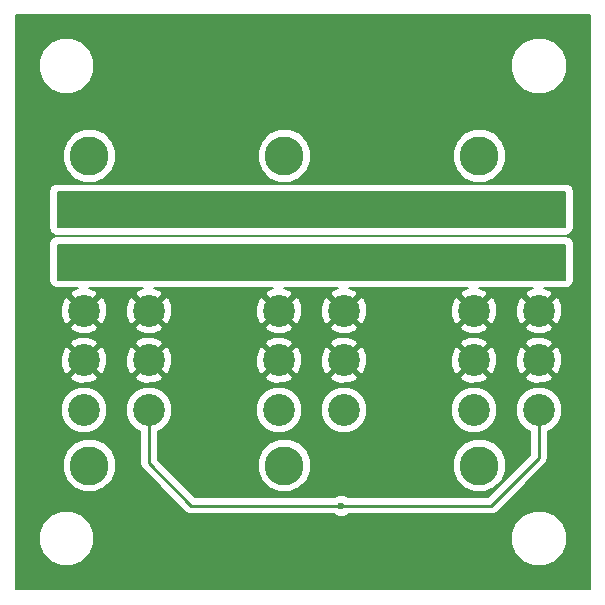
<source format=gbl>
G04 #@! TF.FileFunction,Copper,L2,Bot,Signal*
%FSLAX46Y46*%
G04 Gerber Fmt 4.6, Leading zero omitted, Abs format (unit mm)*
G04 Created by KiCad (PCBNEW 4.0.0-rc1-stable) date 10/13/2015 3:48:19 PM*
%MOMM*%
G01*
G04 APERTURE LIST*
%ADD10C,0.100000*%
%ADD11C,2.700000*%
%ADD12C,3.300000*%
%ADD13C,0.600000*%
%ADD14C,0.250000*%
%ADD15C,0.203800*%
G04 APERTURE END LIST*
D10*
D11*
X111970000Y-125730000D03*
X106470000Y-125730000D03*
X111970000Y-129930000D03*
X106470000Y-129930000D03*
X111970000Y-134130000D03*
X106470000Y-134130000D03*
X106470000Y-121530000D03*
X111970000Y-121530000D03*
X106470000Y-117330000D03*
X111970000Y-117330000D03*
D12*
X106930000Y-138830000D03*
X106930000Y-112630000D03*
D11*
X144990000Y-125730000D03*
X139490000Y-125730000D03*
X144990000Y-129930000D03*
X139490000Y-129930000D03*
X144990000Y-134130000D03*
X139490000Y-134130000D03*
X139490000Y-121530000D03*
X144990000Y-121530000D03*
X139490000Y-117330000D03*
X144990000Y-117330000D03*
D12*
X139950000Y-138830000D03*
X139950000Y-112630000D03*
D11*
X128480000Y-125730000D03*
X122980000Y-125730000D03*
X128480000Y-129930000D03*
X122980000Y-129930000D03*
X128480000Y-134130000D03*
X122980000Y-134130000D03*
X122980000Y-121530000D03*
X128480000Y-121530000D03*
X122980000Y-117330000D03*
X128480000Y-117330000D03*
D12*
X123440000Y-138830000D03*
X123440000Y-112630000D03*
D13*
X128270000Y-142240000D03*
D14*
X111970000Y-134130000D02*
X111970000Y-138640000D01*
X144990000Y-138220000D02*
X144990000Y-134130000D01*
X140970000Y-142240000D02*
X144990000Y-138220000D01*
X115570000Y-142240000D02*
X128270000Y-142240000D01*
X128270000Y-142240000D02*
X140970000Y-142240000D01*
X111970000Y-138640000D02*
X115570000Y-142240000D01*
D15*
G36*
X149315100Y-149315100D02*
X100684900Y-149315100D01*
X100684900Y-145467354D01*
X102639691Y-145467354D01*
X102998208Y-146335029D01*
X103661479Y-146999459D01*
X104528528Y-147359489D01*
X105467354Y-147360309D01*
X106335029Y-147001792D01*
X106999459Y-146338521D01*
X107359489Y-145471472D01*
X107359492Y-145467354D01*
X142639691Y-145467354D01*
X142998208Y-146335029D01*
X143661479Y-146999459D01*
X144528528Y-147359489D01*
X145467354Y-147360309D01*
X146335029Y-147001792D01*
X146999459Y-146338521D01*
X147359489Y-145471472D01*
X147360309Y-144532646D01*
X147001792Y-143664971D01*
X146338521Y-143000541D01*
X145471472Y-142640511D01*
X144532646Y-142639691D01*
X143664971Y-142998208D01*
X143000541Y-143661479D01*
X142640511Y-144528528D01*
X142639691Y-145467354D01*
X107359492Y-145467354D01*
X107360309Y-144532646D01*
X107001792Y-143664971D01*
X106338521Y-143000541D01*
X105471472Y-142640511D01*
X104532646Y-142639691D01*
X103664971Y-142998208D01*
X103000541Y-143661479D01*
X102640511Y-144528528D01*
X102639691Y-145467354D01*
X100684900Y-145467354D01*
X100684900Y-139277550D01*
X104669709Y-139277550D01*
X105013033Y-140108458D01*
X105648198Y-140744733D01*
X106478506Y-141089507D01*
X107377550Y-141090291D01*
X108208458Y-140746967D01*
X108844733Y-140111802D01*
X109189507Y-139281494D01*
X109190291Y-138382450D01*
X108846967Y-137551542D01*
X108211802Y-136915267D01*
X107381494Y-136570493D01*
X106482450Y-136569709D01*
X105651542Y-136913033D01*
X105015267Y-137548198D01*
X104670493Y-138378506D01*
X104669709Y-139277550D01*
X100684900Y-139277550D01*
X100684900Y-134518138D01*
X104509760Y-134518138D01*
X104807509Y-135238744D01*
X105358356Y-135790554D01*
X106078441Y-136089559D01*
X106858138Y-136090240D01*
X107578744Y-135792491D01*
X108130554Y-135241644D01*
X108429559Y-134521559D01*
X108429561Y-134518138D01*
X110009760Y-134518138D01*
X110307509Y-135238744D01*
X110858356Y-135790554D01*
X111235100Y-135946992D01*
X111235100Y-138640000D01*
X111291041Y-138921234D01*
X111450347Y-139159653D01*
X115050347Y-142759653D01*
X115288766Y-142918959D01*
X115570000Y-142974900D01*
X127717947Y-142974900D01*
X127753910Y-143010926D01*
X128088216Y-143149742D01*
X128450196Y-143150058D01*
X128784744Y-143011825D01*
X128821734Y-142974900D01*
X140970000Y-142974900D01*
X141251234Y-142918959D01*
X141489653Y-142759653D01*
X145509650Y-138739655D01*
X145509653Y-138739653D01*
X145668959Y-138501234D01*
X145692587Y-138382450D01*
X145724901Y-138220000D01*
X145724900Y-138219995D01*
X145724900Y-135946961D01*
X146098744Y-135792491D01*
X146650554Y-135241644D01*
X146949559Y-134521559D01*
X146950240Y-133741862D01*
X146652491Y-133021256D01*
X146101644Y-132469446D01*
X145381559Y-132170441D01*
X144601862Y-132169760D01*
X143881256Y-132467509D01*
X143329446Y-133018356D01*
X143030441Y-133738441D01*
X143029760Y-134518138D01*
X143327509Y-135238744D01*
X143878356Y-135790554D01*
X144255100Y-135946992D01*
X144255100Y-137915595D01*
X140665594Y-141505100D01*
X128822053Y-141505100D01*
X128786090Y-141469074D01*
X128451784Y-141330258D01*
X128089804Y-141329942D01*
X127755256Y-141468175D01*
X127718266Y-141505100D01*
X115874406Y-141505100D01*
X113646856Y-139277550D01*
X121179709Y-139277550D01*
X121523033Y-140108458D01*
X122158198Y-140744733D01*
X122988506Y-141089507D01*
X123887550Y-141090291D01*
X124718458Y-140746967D01*
X125354733Y-140111802D01*
X125699507Y-139281494D01*
X125699510Y-139277550D01*
X137689709Y-139277550D01*
X138033033Y-140108458D01*
X138668198Y-140744733D01*
X139498506Y-141089507D01*
X140397550Y-141090291D01*
X141228458Y-140746967D01*
X141864733Y-140111802D01*
X142209507Y-139281494D01*
X142210291Y-138382450D01*
X141866967Y-137551542D01*
X141231802Y-136915267D01*
X140401494Y-136570493D01*
X139502450Y-136569709D01*
X138671542Y-136913033D01*
X138035267Y-137548198D01*
X137690493Y-138378506D01*
X137689709Y-139277550D01*
X125699510Y-139277550D01*
X125700291Y-138382450D01*
X125356967Y-137551542D01*
X124721802Y-136915267D01*
X123891494Y-136570493D01*
X122992450Y-136569709D01*
X122161542Y-136913033D01*
X121525267Y-137548198D01*
X121180493Y-138378506D01*
X121179709Y-139277550D01*
X113646856Y-139277550D01*
X112704900Y-138335594D01*
X112704900Y-135946961D01*
X113078744Y-135792491D01*
X113630554Y-135241644D01*
X113929559Y-134521559D01*
X113929561Y-134518138D01*
X121019760Y-134518138D01*
X121317509Y-135238744D01*
X121868356Y-135790554D01*
X122588441Y-136089559D01*
X123368138Y-136090240D01*
X124088744Y-135792491D01*
X124640554Y-135241644D01*
X124939559Y-134521559D01*
X124939561Y-134518138D01*
X126519760Y-134518138D01*
X126817509Y-135238744D01*
X127368356Y-135790554D01*
X128088441Y-136089559D01*
X128868138Y-136090240D01*
X129588744Y-135792491D01*
X130140554Y-135241644D01*
X130439559Y-134521559D01*
X130439561Y-134518138D01*
X137529760Y-134518138D01*
X137827509Y-135238744D01*
X138378356Y-135790554D01*
X139098441Y-136089559D01*
X139878138Y-136090240D01*
X140598744Y-135792491D01*
X141150554Y-135241644D01*
X141449559Y-134521559D01*
X141450240Y-133741862D01*
X141152491Y-133021256D01*
X140601644Y-132469446D01*
X139881559Y-132170441D01*
X139101862Y-132169760D01*
X138381256Y-132467509D01*
X137829446Y-133018356D01*
X137530441Y-133738441D01*
X137529760Y-134518138D01*
X130439561Y-134518138D01*
X130440240Y-133741862D01*
X130142491Y-133021256D01*
X129591644Y-132469446D01*
X128871559Y-132170441D01*
X128091862Y-132169760D01*
X127371256Y-132467509D01*
X126819446Y-133018356D01*
X126520441Y-133738441D01*
X126519760Y-134518138D01*
X124939561Y-134518138D01*
X124940240Y-133741862D01*
X124642491Y-133021256D01*
X124091644Y-132469446D01*
X123371559Y-132170441D01*
X122591862Y-132169760D01*
X121871256Y-132467509D01*
X121319446Y-133018356D01*
X121020441Y-133738441D01*
X121019760Y-134518138D01*
X113929561Y-134518138D01*
X113930240Y-133741862D01*
X113632491Y-133021256D01*
X113081644Y-132469446D01*
X112361559Y-132170441D01*
X111581862Y-132169760D01*
X110861256Y-132467509D01*
X110309446Y-133018356D01*
X110010441Y-133738441D01*
X110009760Y-134518138D01*
X108429561Y-134518138D01*
X108430240Y-133741862D01*
X108132491Y-133021256D01*
X107581644Y-132469446D01*
X106861559Y-132170441D01*
X106081862Y-132169760D01*
X105361256Y-132467509D01*
X104809446Y-133018356D01*
X104510441Y-133738441D01*
X104509760Y-134518138D01*
X100684900Y-134518138D01*
X100684900Y-131338306D01*
X105276796Y-131338306D01*
X105421890Y-131631368D01*
X106152758Y-131902954D01*
X106931923Y-131874175D01*
X107518110Y-131631368D01*
X107663204Y-131338306D01*
X110776796Y-131338306D01*
X110921890Y-131631368D01*
X111652758Y-131902954D01*
X112431923Y-131874175D01*
X113018110Y-131631368D01*
X113163204Y-131338306D01*
X121786796Y-131338306D01*
X121931890Y-131631368D01*
X122662758Y-131902954D01*
X123441923Y-131874175D01*
X124028110Y-131631368D01*
X124173204Y-131338306D01*
X127286796Y-131338306D01*
X127431890Y-131631368D01*
X128162758Y-131902954D01*
X128941923Y-131874175D01*
X129528110Y-131631368D01*
X129673204Y-131338306D01*
X138296796Y-131338306D01*
X138441890Y-131631368D01*
X139172758Y-131902954D01*
X139951923Y-131874175D01*
X140538110Y-131631368D01*
X140683204Y-131338306D01*
X143796796Y-131338306D01*
X143941890Y-131631368D01*
X144672758Y-131902954D01*
X145451923Y-131874175D01*
X146038110Y-131631368D01*
X146183204Y-131338306D01*
X144990000Y-130145102D01*
X143796796Y-131338306D01*
X140683204Y-131338306D01*
X139490000Y-130145102D01*
X138296796Y-131338306D01*
X129673204Y-131338306D01*
X128480000Y-130145102D01*
X127286796Y-131338306D01*
X124173204Y-131338306D01*
X122980000Y-130145102D01*
X121786796Y-131338306D01*
X113163204Y-131338306D01*
X111970000Y-130145102D01*
X110776796Y-131338306D01*
X107663204Y-131338306D01*
X106470000Y-130145102D01*
X105276796Y-131338306D01*
X100684900Y-131338306D01*
X100684900Y-129612758D01*
X104497046Y-129612758D01*
X104525825Y-130391923D01*
X104768632Y-130978110D01*
X105061694Y-131123204D01*
X106254898Y-129930000D01*
X106685102Y-129930000D01*
X107878306Y-131123204D01*
X108171368Y-130978110D01*
X108442954Y-130247242D01*
X108419519Y-129612758D01*
X109997046Y-129612758D01*
X110025825Y-130391923D01*
X110268632Y-130978110D01*
X110561694Y-131123204D01*
X111754898Y-129930000D01*
X112185102Y-129930000D01*
X113378306Y-131123204D01*
X113671368Y-130978110D01*
X113942954Y-130247242D01*
X113919519Y-129612758D01*
X121007046Y-129612758D01*
X121035825Y-130391923D01*
X121278632Y-130978110D01*
X121571694Y-131123204D01*
X122764898Y-129930000D01*
X123195102Y-129930000D01*
X124388306Y-131123204D01*
X124681368Y-130978110D01*
X124952954Y-130247242D01*
X124929519Y-129612758D01*
X126507046Y-129612758D01*
X126535825Y-130391923D01*
X126778632Y-130978110D01*
X127071694Y-131123204D01*
X128264898Y-129930000D01*
X128695102Y-129930000D01*
X129888306Y-131123204D01*
X130181368Y-130978110D01*
X130452954Y-130247242D01*
X130429519Y-129612758D01*
X137517046Y-129612758D01*
X137545825Y-130391923D01*
X137788632Y-130978110D01*
X138081694Y-131123204D01*
X139274898Y-129930000D01*
X139705102Y-129930000D01*
X140898306Y-131123204D01*
X141191368Y-130978110D01*
X141462954Y-130247242D01*
X141439519Y-129612758D01*
X143017046Y-129612758D01*
X143045825Y-130391923D01*
X143288632Y-130978110D01*
X143581694Y-131123204D01*
X144774898Y-129930000D01*
X145205102Y-129930000D01*
X146398306Y-131123204D01*
X146691368Y-130978110D01*
X146962954Y-130247242D01*
X146934175Y-129468077D01*
X146691368Y-128881890D01*
X146398306Y-128736796D01*
X145205102Y-129930000D01*
X144774898Y-129930000D01*
X143581694Y-128736796D01*
X143288632Y-128881890D01*
X143017046Y-129612758D01*
X141439519Y-129612758D01*
X141434175Y-129468077D01*
X141191368Y-128881890D01*
X140898306Y-128736796D01*
X139705102Y-129930000D01*
X139274898Y-129930000D01*
X138081694Y-128736796D01*
X137788632Y-128881890D01*
X137517046Y-129612758D01*
X130429519Y-129612758D01*
X130424175Y-129468077D01*
X130181368Y-128881890D01*
X129888306Y-128736796D01*
X128695102Y-129930000D01*
X128264898Y-129930000D01*
X127071694Y-128736796D01*
X126778632Y-128881890D01*
X126507046Y-129612758D01*
X124929519Y-129612758D01*
X124924175Y-129468077D01*
X124681368Y-128881890D01*
X124388306Y-128736796D01*
X123195102Y-129930000D01*
X122764898Y-129930000D01*
X121571694Y-128736796D01*
X121278632Y-128881890D01*
X121007046Y-129612758D01*
X113919519Y-129612758D01*
X113914175Y-129468077D01*
X113671368Y-128881890D01*
X113378306Y-128736796D01*
X112185102Y-129930000D01*
X111754898Y-129930000D01*
X110561694Y-128736796D01*
X110268632Y-128881890D01*
X109997046Y-129612758D01*
X108419519Y-129612758D01*
X108414175Y-129468077D01*
X108171368Y-128881890D01*
X107878306Y-128736796D01*
X106685102Y-129930000D01*
X106254898Y-129930000D01*
X105061694Y-128736796D01*
X104768632Y-128881890D01*
X104497046Y-129612758D01*
X100684900Y-129612758D01*
X100684900Y-128521694D01*
X105276796Y-128521694D01*
X106470000Y-129714898D01*
X107663204Y-128521694D01*
X110776796Y-128521694D01*
X111970000Y-129714898D01*
X113163204Y-128521694D01*
X121786796Y-128521694D01*
X122980000Y-129714898D01*
X124173204Y-128521694D01*
X127286796Y-128521694D01*
X128480000Y-129714898D01*
X129673204Y-128521694D01*
X138296796Y-128521694D01*
X139490000Y-129714898D01*
X140683204Y-128521694D01*
X143796796Y-128521694D01*
X144990000Y-129714898D01*
X146183204Y-128521694D01*
X146038110Y-128228632D01*
X145307242Y-127957046D01*
X144528077Y-127985825D01*
X143941890Y-128228632D01*
X143796796Y-128521694D01*
X140683204Y-128521694D01*
X140538110Y-128228632D01*
X139807242Y-127957046D01*
X139028077Y-127985825D01*
X138441890Y-128228632D01*
X138296796Y-128521694D01*
X129673204Y-128521694D01*
X129528110Y-128228632D01*
X128797242Y-127957046D01*
X128018077Y-127985825D01*
X127431890Y-128228632D01*
X127286796Y-128521694D01*
X124173204Y-128521694D01*
X124028110Y-128228632D01*
X123297242Y-127957046D01*
X122518077Y-127985825D01*
X121931890Y-128228632D01*
X121786796Y-128521694D01*
X113163204Y-128521694D01*
X113018110Y-128228632D01*
X112287242Y-127957046D01*
X111508077Y-127985825D01*
X110921890Y-128228632D01*
X110776796Y-128521694D01*
X107663204Y-128521694D01*
X107518110Y-128228632D01*
X106787242Y-127957046D01*
X106008077Y-127985825D01*
X105421890Y-128228632D01*
X105276796Y-128521694D01*
X100684900Y-128521694D01*
X100684900Y-127138306D01*
X105276796Y-127138306D01*
X105421890Y-127431368D01*
X106152758Y-127702954D01*
X106931923Y-127674175D01*
X107518110Y-127431368D01*
X107663204Y-127138306D01*
X110776796Y-127138306D01*
X110921890Y-127431368D01*
X111652758Y-127702954D01*
X112431923Y-127674175D01*
X113018110Y-127431368D01*
X113163204Y-127138306D01*
X121786796Y-127138306D01*
X121931890Y-127431368D01*
X122662758Y-127702954D01*
X123441923Y-127674175D01*
X124028110Y-127431368D01*
X124173204Y-127138306D01*
X127286796Y-127138306D01*
X127431890Y-127431368D01*
X128162758Y-127702954D01*
X128941923Y-127674175D01*
X129528110Y-127431368D01*
X129673204Y-127138306D01*
X138296796Y-127138306D01*
X138441890Y-127431368D01*
X139172758Y-127702954D01*
X139951923Y-127674175D01*
X140538110Y-127431368D01*
X140683204Y-127138306D01*
X143796796Y-127138306D01*
X143941890Y-127431368D01*
X144672758Y-127702954D01*
X145451923Y-127674175D01*
X146038110Y-127431368D01*
X146183204Y-127138306D01*
X144990000Y-125945102D01*
X143796796Y-127138306D01*
X140683204Y-127138306D01*
X139490000Y-125945102D01*
X138296796Y-127138306D01*
X129673204Y-127138306D01*
X128480000Y-125945102D01*
X127286796Y-127138306D01*
X124173204Y-127138306D01*
X122980000Y-125945102D01*
X121786796Y-127138306D01*
X113163204Y-127138306D01*
X111970000Y-125945102D01*
X110776796Y-127138306D01*
X107663204Y-127138306D01*
X106470000Y-125945102D01*
X105276796Y-127138306D01*
X100684900Y-127138306D01*
X100684900Y-125412758D01*
X104497046Y-125412758D01*
X104525825Y-126191923D01*
X104768632Y-126778110D01*
X105061694Y-126923204D01*
X106254898Y-125730000D01*
X106685102Y-125730000D01*
X107878306Y-126923204D01*
X108171368Y-126778110D01*
X108442954Y-126047242D01*
X108419519Y-125412758D01*
X109997046Y-125412758D01*
X110025825Y-126191923D01*
X110268632Y-126778110D01*
X110561694Y-126923204D01*
X111754898Y-125730000D01*
X112185102Y-125730000D01*
X113378306Y-126923204D01*
X113671368Y-126778110D01*
X113942954Y-126047242D01*
X113919519Y-125412758D01*
X121007046Y-125412758D01*
X121035825Y-126191923D01*
X121278632Y-126778110D01*
X121571694Y-126923204D01*
X122764898Y-125730000D01*
X123195102Y-125730000D01*
X124388306Y-126923204D01*
X124681368Y-126778110D01*
X124952954Y-126047242D01*
X124929519Y-125412758D01*
X126507046Y-125412758D01*
X126535825Y-126191923D01*
X126778632Y-126778110D01*
X127071694Y-126923204D01*
X128264898Y-125730000D01*
X128695102Y-125730000D01*
X129888306Y-126923204D01*
X130181368Y-126778110D01*
X130452954Y-126047242D01*
X130429519Y-125412758D01*
X137517046Y-125412758D01*
X137545825Y-126191923D01*
X137788632Y-126778110D01*
X138081694Y-126923204D01*
X139274898Y-125730000D01*
X139705102Y-125730000D01*
X140898306Y-126923204D01*
X141191368Y-126778110D01*
X141462954Y-126047242D01*
X141439519Y-125412758D01*
X143017046Y-125412758D01*
X143045825Y-126191923D01*
X143288632Y-126778110D01*
X143581694Y-126923204D01*
X144774898Y-125730000D01*
X145205102Y-125730000D01*
X146398306Y-126923204D01*
X146691368Y-126778110D01*
X146962954Y-126047242D01*
X146934175Y-125268077D01*
X146691368Y-124681890D01*
X146398306Y-124536796D01*
X145205102Y-125730000D01*
X144774898Y-125730000D01*
X143581694Y-124536796D01*
X143288632Y-124681890D01*
X143017046Y-125412758D01*
X141439519Y-125412758D01*
X141434175Y-125268077D01*
X141191368Y-124681890D01*
X140898306Y-124536796D01*
X139705102Y-125730000D01*
X139274898Y-125730000D01*
X138081694Y-124536796D01*
X137788632Y-124681890D01*
X137517046Y-125412758D01*
X130429519Y-125412758D01*
X130424175Y-125268077D01*
X130181368Y-124681890D01*
X129888306Y-124536796D01*
X128695102Y-125730000D01*
X128264898Y-125730000D01*
X127071694Y-124536796D01*
X126778632Y-124681890D01*
X126507046Y-125412758D01*
X124929519Y-125412758D01*
X124924175Y-125268077D01*
X124681368Y-124681890D01*
X124388306Y-124536796D01*
X123195102Y-125730000D01*
X122764898Y-125730000D01*
X121571694Y-124536796D01*
X121278632Y-124681890D01*
X121007046Y-125412758D01*
X113919519Y-125412758D01*
X113914175Y-125268077D01*
X113671368Y-124681890D01*
X113378306Y-124536796D01*
X112185102Y-125730000D01*
X111754898Y-125730000D01*
X110561694Y-124536796D01*
X110268632Y-124681890D01*
X109997046Y-125412758D01*
X108419519Y-125412758D01*
X108414175Y-125268077D01*
X108171368Y-124681890D01*
X107878306Y-124536796D01*
X106685102Y-125730000D01*
X106254898Y-125730000D01*
X105061694Y-124536796D01*
X104768632Y-124681890D01*
X104497046Y-125412758D01*
X100684900Y-125412758D01*
X100684900Y-120015000D01*
X103530100Y-120015000D01*
X103530100Y-123190000D01*
X103571811Y-123411673D01*
X103702819Y-123615265D01*
X103902715Y-123751848D01*
X104140000Y-123799900D01*
X105974097Y-123799900D01*
X105421890Y-124028632D01*
X105276796Y-124321694D01*
X106470000Y-125514898D01*
X107663204Y-124321694D01*
X107518110Y-124028632D01*
X106902567Y-123799900D01*
X111474097Y-123799900D01*
X110921890Y-124028632D01*
X110776796Y-124321694D01*
X111970000Y-125514898D01*
X113163204Y-124321694D01*
X113018110Y-124028632D01*
X112402567Y-123799900D01*
X122484097Y-123799900D01*
X121931890Y-124028632D01*
X121786796Y-124321694D01*
X122980000Y-125514898D01*
X124173204Y-124321694D01*
X124028110Y-124028632D01*
X123412567Y-123799900D01*
X127984097Y-123799900D01*
X127431890Y-124028632D01*
X127286796Y-124321694D01*
X128480000Y-125514898D01*
X129673204Y-124321694D01*
X129528110Y-124028632D01*
X128912567Y-123799900D01*
X138994097Y-123799900D01*
X138441890Y-124028632D01*
X138296796Y-124321694D01*
X139490000Y-125514898D01*
X140683204Y-124321694D01*
X140538110Y-124028632D01*
X139922567Y-123799900D01*
X144494097Y-123799900D01*
X143941890Y-124028632D01*
X143796796Y-124321694D01*
X144990000Y-125514898D01*
X146183204Y-124321694D01*
X146038110Y-124028632D01*
X145422567Y-123799900D01*
X147320000Y-123799900D01*
X147541673Y-123758189D01*
X147745265Y-123627181D01*
X147881848Y-123427285D01*
X147929900Y-123190000D01*
X147929900Y-120015000D01*
X147888189Y-119793327D01*
X147757181Y-119589735D01*
X147557285Y-119453152D01*
X147320000Y-119405100D01*
X104140000Y-119405100D01*
X103918327Y-119446811D01*
X103714735Y-119577819D01*
X103578152Y-119777715D01*
X103530100Y-120015000D01*
X100684900Y-120015000D01*
X100684900Y-115570000D01*
X103530100Y-115570000D01*
X103530100Y-118745000D01*
X103571811Y-118966673D01*
X103702819Y-119170265D01*
X103902715Y-119306848D01*
X104140000Y-119354900D01*
X147320000Y-119354900D01*
X147541673Y-119313189D01*
X147745265Y-119182181D01*
X147881848Y-118982285D01*
X147929900Y-118745000D01*
X147929900Y-115570000D01*
X147888189Y-115348327D01*
X147757181Y-115144735D01*
X147557285Y-115008152D01*
X147320000Y-114960100D01*
X104140000Y-114960100D01*
X103918327Y-115001811D01*
X103714735Y-115132819D01*
X103578152Y-115332715D01*
X103530100Y-115570000D01*
X100684900Y-115570000D01*
X100684900Y-113077550D01*
X104669709Y-113077550D01*
X105013033Y-113908458D01*
X105648198Y-114544733D01*
X106478506Y-114889507D01*
X107377550Y-114890291D01*
X108208458Y-114546967D01*
X108844733Y-113911802D01*
X109189507Y-113081494D01*
X109189510Y-113077550D01*
X121179709Y-113077550D01*
X121523033Y-113908458D01*
X122158198Y-114544733D01*
X122988506Y-114889507D01*
X123887550Y-114890291D01*
X124718458Y-114546967D01*
X125354733Y-113911802D01*
X125699507Y-113081494D01*
X125699510Y-113077550D01*
X137689709Y-113077550D01*
X138033033Y-113908458D01*
X138668198Y-114544733D01*
X139498506Y-114889507D01*
X140397550Y-114890291D01*
X141228458Y-114546967D01*
X141864733Y-113911802D01*
X142209507Y-113081494D01*
X142210291Y-112182450D01*
X141866967Y-111351542D01*
X141231802Y-110715267D01*
X140401494Y-110370493D01*
X139502450Y-110369709D01*
X138671542Y-110713033D01*
X138035267Y-111348198D01*
X137690493Y-112178506D01*
X137689709Y-113077550D01*
X125699510Y-113077550D01*
X125700291Y-112182450D01*
X125356967Y-111351542D01*
X124721802Y-110715267D01*
X123891494Y-110370493D01*
X122992450Y-110369709D01*
X122161542Y-110713033D01*
X121525267Y-111348198D01*
X121180493Y-112178506D01*
X121179709Y-113077550D01*
X109189510Y-113077550D01*
X109190291Y-112182450D01*
X108846967Y-111351542D01*
X108211802Y-110715267D01*
X107381494Y-110370493D01*
X106482450Y-110369709D01*
X105651542Y-110713033D01*
X105015267Y-111348198D01*
X104670493Y-112178506D01*
X104669709Y-113077550D01*
X100684900Y-113077550D01*
X100684900Y-105467354D01*
X102639691Y-105467354D01*
X102998208Y-106335029D01*
X103661479Y-106999459D01*
X104528528Y-107359489D01*
X105467354Y-107360309D01*
X106335029Y-107001792D01*
X106999459Y-106338521D01*
X107359489Y-105471472D01*
X107359492Y-105467354D01*
X142639691Y-105467354D01*
X142998208Y-106335029D01*
X143661479Y-106999459D01*
X144528528Y-107359489D01*
X145467354Y-107360309D01*
X146335029Y-107001792D01*
X146999459Y-106338521D01*
X147359489Y-105471472D01*
X147360309Y-104532646D01*
X147001792Y-103664971D01*
X146338521Y-103000541D01*
X145471472Y-102640511D01*
X144532646Y-102639691D01*
X143664971Y-102998208D01*
X143000541Y-103661479D01*
X142640511Y-104528528D01*
X142639691Y-105467354D01*
X107359492Y-105467354D01*
X107360309Y-104532646D01*
X107001792Y-103664971D01*
X106338521Y-103000541D01*
X105471472Y-102640511D01*
X104532646Y-102639691D01*
X103664971Y-102998208D01*
X103000541Y-103661479D01*
X102640511Y-104528528D01*
X102639691Y-105467354D01*
X100684900Y-105467354D01*
X100684900Y-100684900D01*
X149315100Y-100684900D01*
X149315100Y-149315100D01*
X149315100Y-149315100D01*
G37*
X149315100Y-149315100D02*
X100684900Y-149315100D01*
X100684900Y-145467354D01*
X102639691Y-145467354D01*
X102998208Y-146335029D01*
X103661479Y-146999459D01*
X104528528Y-147359489D01*
X105467354Y-147360309D01*
X106335029Y-147001792D01*
X106999459Y-146338521D01*
X107359489Y-145471472D01*
X107359492Y-145467354D01*
X142639691Y-145467354D01*
X142998208Y-146335029D01*
X143661479Y-146999459D01*
X144528528Y-147359489D01*
X145467354Y-147360309D01*
X146335029Y-147001792D01*
X146999459Y-146338521D01*
X147359489Y-145471472D01*
X147360309Y-144532646D01*
X147001792Y-143664971D01*
X146338521Y-143000541D01*
X145471472Y-142640511D01*
X144532646Y-142639691D01*
X143664971Y-142998208D01*
X143000541Y-143661479D01*
X142640511Y-144528528D01*
X142639691Y-145467354D01*
X107359492Y-145467354D01*
X107360309Y-144532646D01*
X107001792Y-143664971D01*
X106338521Y-143000541D01*
X105471472Y-142640511D01*
X104532646Y-142639691D01*
X103664971Y-142998208D01*
X103000541Y-143661479D01*
X102640511Y-144528528D01*
X102639691Y-145467354D01*
X100684900Y-145467354D01*
X100684900Y-139277550D01*
X104669709Y-139277550D01*
X105013033Y-140108458D01*
X105648198Y-140744733D01*
X106478506Y-141089507D01*
X107377550Y-141090291D01*
X108208458Y-140746967D01*
X108844733Y-140111802D01*
X109189507Y-139281494D01*
X109190291Y-138382450D01*
X108846967Y-137551542D01*
X108211802Y-136915267D01*
X107381494Y-136570493D01*
X106482450Y-136569709D01*
X105651542Y-136913033D01*
X105015267Y-137548198D01*
X104670493Y-138378506D01*
X104669709Y-139277550D01*
X100684900Y-139277550D01*
X100684900Y-134518138D01*
X104509760Y-134518138D01*
X104807509Y-135238744D01*
X105358356Y-135790554D01*
X106078441Y-136089559D01*
X106858138Y-136090240D01*
X107578744Y-135792491D01*
X108130554Y-135241644D01*
X108429559Y-134521559D01*
X108429561Y-134518138D01*
X110009760Y-134518138D01*
X110307509Y-135238744D01*
X110858356Y-135790554D01*
X111235100Y-135946992D01*
X111235100Y-138640000D01*
X111291041Y-138921234D01*
X111450347Y-139159653D01*
X115050347Y-142759653D01*
X115288766Y-142918959D01*
X115570000Y-142974900D01*
X127717947Y-142974900D01*
X127753910Y-143010926D01*
X128088216Y-143149742D01*
X128450196Y-143150058D01*
X128784744Y-143011825D01*
X128821734Y-142974900D01*
X140970000Y-142974900D01*
X141251234Y-142918959D01*
X141489653Y-142759653D01*
X145509650Y-138739655D01*
X145509653Y-138739653D01*
X145668959Y-138501234D01*
X145692587Y-138382450D01*
X145724901Y-138220000D01*
X145724900Y-138219995D01*
X145724900Y-135946961D01*
X146098744Y-135792491D01*
X146650554Y-135241644D01*
X146949559Y-134521559D01*
X146950240Y-133741862D01*
X146652491Y-133021256D01*
X146101644Y-132469446D01*
X145381559Y-132170441D01*
X144601862Y-132169760D01*
X143881256Y-132467509D01*
X143329446Y-133018356D01*
X143030441Y-133738441D01*
X143029760Y-134518138D01*
X143327509Y-135238744D01*
X143878356Y-135790554D01*
X144255100Y-135946992D01*
X144255100Y-137915595D01*
X140665594Y-141505100D01*
X128822053Y-141505100D01*
X128786090Y-141469074D01*
X128451784Y-141330258D01*
X128089804Y-141329942D01*
X127755256Y-141468175D01*
X127718266Y-141505100D01*
X115874406Y-141505100D01*
X113646856Y-139277550D01*
X121179709Y-139277550D01*
X121523033Y-140108458D01*
X122158198Y-140744733D01*
X122988506Y-141089507D01*
X123887550Y-141090291D01*
X124718458Y-140746967D01*
X125354733Y-140111802D01*
X125699507Y-139281494D01*
X125699510Y-139277550D01*
X137689709Y-139277550D01*
X138033033Y-140108458D01*
X138668198Y-140744733D01*
X139498506Y-141089507D01*
X140397550Y-141090291D01*
X141228458Y-140746967D01*
X141864733Y-140111802D01*
X142209507Y-139281494D01*
X142210291Y-138382450D01*
X141866967Y-137551542D01*
X141231802Y-136915267D01*
X140401494Y-136570493D01*
X139502450Y-136569709D01*
X138671542Y-136913033D01*
X138035267Y-137548198D01*
X137690493Y-138378506D01*
X137689709Y-139277550D01*
X125699510Y-139277550D01*
X125700291Y-138382450D01*
X125356967Y-137551542D01*
X124721802Y-136915267D01*
X123891494Y-136570493D01*
X122992450Y-136569709D01*
X122161542Y-136913033D01*
X121525267Y-137548198D01*
X121180493Y-138378506D01*
X121179709Y-139277550D01*
X113646856Y-139277550D01*
X112704900Y-138335594D01*
X112704900Y-135946961D01*
X113078744Y-135792491D01*
X113630554Y-135241644D01*
X113929559Y-134521559D01*
X113929561Y-134518138D01*
X121019760Y-134518138D01*
X121317509Y-135238744D01*
X121868356Y-135790554D01*
X122588441Y-136089559D01*
X123368138Y-136090240D01*
X124088744Y-135792491D01*
X124640554Y-135241644D01*
X124939559Y-134521559D01*
X124939561Y-134518138D01*
X126519760Y-134518138D01*
X126817509Y-135238744D01*
X127368356Y-135790554D01*
X128088441Y-136089559D01*
X128868138Y-136090240D01*
X129588744Y-135792491D01*
X130140554Y-135241644D01*
X130439559Y-134521559D01*
X130439561Y-134518138D01*
X137529760Y-134518138D01*
X137827509Y-135238744D01*
X138378356Y-135790554D01*
X139098441Y-136089559D01*
X139878138Y-136090240D01*
X140598744Y-135792491D01*
X141150554Y-135241644D01*
X141449559Y-134521559D01*
X141450240Y-133741862D01*
X141152491Y-133021256D01*
X140601644Y-132469446D01*
X139881559Y-132170441D01*
X139101862Y-132169760D01*
X138381256Y-132467509D01*
X137829446Y-133018356D01*
X137530441Y-133738441D01*
X137529760Y-134518138D01*
X130439561Y-134518138D01*
X130440240Y-133741862D01*
X130142491Y-133021256D01*
X129591644Y-132469446D01*
X128871559Y-132170441D01*
X128091862Y-132169760D01*
X127371256Y-132467509D01*
X126819446Y-133018356D01*
X126520441Y-133738441D01*
X126519760Y-134518138D01*
X124939561Y-134518138D01*
X124940240Y-133741862D01*
X124642491Y-133021256D01*
X124091644Y-132469446D01*
X123371559Y-132170441D01*
X122591862Y-132169760D01*
X121871256Y-132467509D01*
X121319446Y-133018356D01*
X121020441Y-133738441D01*
X121019760Y-134518138D01*
X113929561Y-134518138D01*
X113930240Y-133741862D01*
X113632491Y-133021256D01*
X113081644Y-132469446D01*
X112361559Y-132170441D01*
X111581862Y-132169760D01*
X110861256Y-132467509D01*
X110309446Y-133018356D01*
X110010441Y-133738441D01*
X110009760Y-134518138D01*
X108429561Y-134518138D01*
X108430240Y-133741862D01*
X108132491Y-133021256D01*
X107581644Y-132469446D01*
X106861559Y-132170441D01*
X106081862Y-132169760D01*
X105361256Y-132467509D01*
X104809446Y-133018356D01*
X104510441Y-133738441D01*
X104509760Y-134518138D01*
X100684900Y-134518138D01*
X100684900Y-131338306D01*
X105276796Y-131338306D01*
X105421890Y-131631368D01*
X106152758Y-131902954D01*
X106931923Y-131874175D01*
X107518110Y-131631368D01*
X107663204Y-131338306D01*
X110776796Y-131338306D01*
X110921890Y-131631368D01*
X111652758Y-131902954D01*
X112431923Y-131874175D01*
X113018110Y-131631368D01*
X113163204Y-131338306D01*
X121786796Y-131338306D01*
X121931890Y-131631368D01*
X122662758Y-131902954D01*
X123441923Y-131874175D01*
X124028110Y-131631368D01*
X124173204Y-131338306D01*
X127286796Y-131338306D01*
X127431890Y-131631368D01*
X128162758Y-131902954D01*
X128941923Y-131874175D01*
X129528110Y-131631368D01*
X129673204Y-131338306D01*
X138296796Y-131338306D01*
X138441890Y-131631368D01*
X139172758Y-131902954D01*
X139951923Y-131874175D01*
X140538110Y-131631368D01*
X140683204Y-131338306D01*
X143796796Y-131338306D01*
X143941890Y-131631368D01*
X144672758Y-131902954D01*
X145451923Y-131874175D01*
X146038110Y-131631368D01*
X146183204Y-131338306D01*
X144990000Y-130145102D01*
X143796796Y-131338306D01*
X140683204Y-131338306D01*
X139490000Y-130145102D01*
X138296796Y-131338306D01*
X129673204Y-131338306D01*
X128480000Y-130145102D01*
X127286796Y-131338306D01*
X124173204Y-131338306D01*
X122980000Y-130145102D01*
X121786796Y-131338306D01*
X113163204Y-131338306D01*
X111970000Y-130145102D01*
X110776796Y-131338306D01*
X107663204Y-131338306D01*
X106470000Y-130145102D01*
X105276796Y-131338306D01*
X100684900Y-131338306D01*
X100684900Y-129612758D01*
X104497046Y-129612758D01*
X104525825Y-130391923D01*
X104768632Y-130978110D01*
X105061694Y-131123204D01*
X106254898Y-129930000D01*
X106685102Y-129930000D01*
X107878306Y-131123204D01*
X108171368Y-130978110D01*
X108442954Y-130247242D01*
X108419519Y-129612758D01*
X109997046Y-129612758D01*
X110025825Y-130391923D01*
X110268632Y-130978110D01*
X110561694Y-131123204D01*
X111754898Y-129930000D01*
X112185102Y-129930000D01*
X113378306Y-131123204D01*
X113671368Y-130978110D01*
X113942954Y-130247242D01*
X113919519Y-129612758D01*
X121007046Y-129612758D01*
X121035825Y-130391923D01*
X121278632Y-130978110D01*
X121571694Y-131123204D01*
X122764898Y-129930000D01*
X123195102Y-129930000D01*
X124388306Y-131123204D01*
X124681368Y-130978110D01*
X124952954Y-130247242D01*
X124929519Y-129612758D01*
X126507046Y-129612758D01*
X126535825Y-130391923D01*
X126778632Y-130978110D01*
X127071694Y-131123204D01*
X128264898Y-129930000D01*
X128695102Y-129930000D01*
X129888306Y-131123204D01*
X130181368Y-130978110D01*
X130452954Y-130247242D01*
X130429519Y-129612758D01*
X137517046Y-129612758D01*
X137545825Y-130391923D01*
X137788632Y-130978110D01*
X138081694Y-131123204D01*
X139274898Y-129930000D01*
X139705102Y-129930000D01*
X140898306Y-131123204D01*
X141191368Y-130978110D01*
X141462954Y-130247242D01*
X141439519Y-129612758D01*
X143017046Y-129612758D01*
X143045825Y-130391923D01*
X143288632Y-130978110D01*
X143581694Y-131123204D01*
X144774898Y-129930000D01*
X145205102Y-129930000D01*
X146398306Y-131123204D01*
X146691368Y-130978110D01*
X146962954Y-130247242D01*
X146934175Y-129468077D01*
X146691368Y-128881890D01*
X146398306Y-128736796D01*
X145205102Y-129930000D01*
X144774898Y-129930000D01*
X143581694Y-128736796D01*
X143288632Y-128881890D01*
X143017046Y-129612758D01*
X141439519Y-129612758D01*
X141434175Y-129468077D01*
X141191368Y-128881890D01*
X140898306Y-128736796D01*
X139705102Y-129930000D01*
X139274898Y-129930000D01*
X138081694Y-128736796D01*
X137788632Y-128881890D01*
X137517046Y-129612758D01*
X130429519Y-129612758D01*
X130424175Y-129468077D01*
X130181368Y-128881890D01*
X129888306Y-128736796D01*
X128695102Y-129930000D01*
X128264898Y-129930000D01*
X127071694Y-128736796D01*
X126778632Y-128881890D01*
X126507046Y-129612758D01*
X124929519Y-129612758D01*
X124924175Y-129468077D01*
X124681368Y-128881890D01*
X124388306Y-128736796D01*
X123195102Y-129930000D01*
X122764898Y-129930000D01*
X121571694Y-128736796D01*
X121278632Y-128881890D01*
X121007046Y-129612758D01*
X113919519Y-129612758D01*
X113914175Y-129468077D01*
X113671368Y-128881890D01*
X113378306Y-128736796D01*
X112185102Y-129930000D01*
X111754898Y-129930000D01*
X110561694Y-128736796D01*
X110268632Y-128881890D01*
X109997046Y-129612758D01*
X108419519Y-129612758D01*
X108414175Y-129468077D01*
X108171368Y-128881890D01*
X107878306Y-128736796D01*
X106685102Y-129930000D01*
X106254898Y-129930000D01*
X105061694Y-128736796D01*
X104768632Y-128881890D01*
X104497046Y-129612758D01*
X100684900Y-129612758D01*
X100684900Y-128521694D01*
X105276796Y-128521694D01*
X106470000Y-129714898D01*
X107663204Y-128521694D01*
X110776796Y-128521694D01*
X111970000Y-129714898D01*
X113163204Y-128521694D01*
X121786796Y-128521694D01*
X122980000Y-129714898D01*
X124173204Y-128521694D01*
X127286796Y-128521694D01*
X128480000Y-129714898D01*
X129673204Y-128521694D01*
X138296796Y-128521694D01*
X139490000Y-129714898D01*
X140683204Y-128521694D01*
X143796796Y-128521694D01*
X144990000Y-129714898D01*
X146183204Y-128521694D01*
X146038110Y-128228632D01*
X145307242Y-127957046D01*
X144528077Y-127985825D01*
X143941890Y-128228632D01*
X143796796Y-128521694D01*
X140683204Y-128521694D01*
X140538110Y-128228632D01*
X139807242Y-127957046D01*
X139028077Y-127985825D01*
X138441890Y-128228632D01*
X138296796Y-128521694D01*
X129673204Y-128521694D01*
X129528110Y-128228632D01*
X128797242Y-127957046D01*
X128018077Y-127985825D01*
X127431890Y-128228632D01*
X127286796Y-128521694D01*
X124173204Y-128521694D01*
X124028110Y-128228632D01*
X123297242Y-127957046D01*
X122518077Y-127985825D01*
X121931890Y-128228632D01*
X121786796Y-128521694D01*
X113163204Y-128521694D01*
X113018110Y-128228632D01*
X112287242Y-127957046D01*
X111508077Y-127985825D01*
X110921890Y-128228632D01*
X110776796Y-128521694D01*
X107663204Y-128521694D01*
X107518110Y-128228632D01*
X106787242Y-127957046D01*
X106008077Y-127985825D01*
X105421890Y-128228632D01*
X105276796Y-128521694D01*
X100684900Y-128521694D01*
X100684900Y-127138306D01*
X105276796Y-127138306D01*
X105421890Y-127431368D01*
X106152758Y-127702954D01*
X106931923Y-127674175D01*
X107518110Y-127431368D01*
X107663204Y-127138306D01*
X110776796Y-127138306D01*
X110921890Y-127431368D01*
X111652758Y-127702954D01*
X112431923Y-127674175D01*
X113018110Y-127431368D01*
X113163204Y-127138306D01*
X121786796Y-127138306D01*
X121931890Y-127431368D01*
X122662758Y-127702954D01*
X123441923Y-127674175D01*
X124028110Y-127431368D01*
X124173204Y-127138306D01*
X127286796Y-127138306D01*
X127431890Y-127431368D01*
X128162758Y-127702954D01*
X128941923Y-127674175D01*
X129528110Y-127431368D01*
X129673204Y-127138306D01*
X138296796Y-127138306D01*
X138441890Y-127431368D01*
X139172758Y-127702954D01*
X139951923Y-127674175D01*
X140538110Y-127431368D01*
X140683204Y-127138306D01*
X143796796Y-127138306D01*
X143941890Y-127431368D01*
X144672758Y-127702954D01*
X145451923Y-127674175D01*
X146038110Y-127431368D01*
X146183204Y-127138306D01*
X144990000Y-125945102D01*
X143796796Y-127138306D01*
X140683204Y-127138306D01*
X139490000Y-125945102D01*
X138296796Y-127138306D01*
X129673204Y-127138306D01*
X128480000Y-125945102D01*
X127286796Y-127138306D01*
X124173204Y-127138306D01*
X122980000Y-125945102D01*
X121786796Y-127138306D01*
X113163204Y-127138306D01*
X111970000Y-125945102D01*
X110776796Y-127138306D01*
X107663204Y-127138306D01*
X106470000Y-125945102D01*
X105276796Y-127138306D01*
X100684900Y-127138306D01*
X100684900Y-125412758D01*
X104497046Y-125412758D01*
X104525825Y-126191923D01*
X104768632Y-126778110D01*
X105061694Y-126923204D01*
X106254898Y-125730000D01*
X106685102Y-125730000D01*
X107878306Y-126923204D01*
X108171368Y-126778110D01*
X108442954Y-126047242D01*
X108419519Y-125412758D01*
X109997046Y-125412758D01*
X110025825Y-126191923D01*
X110268632Y-126778110D01*
X110561694Y-126923204D01*
X111754898Y-125730000D01*
X112185102Y-125730000D01*
X113378306Y-126923204D01*
X113671368Y-126778110D01*
X113942954Y-126047242D01*
X113919519Y-125412758D01*
X121007046Y-125412758D01*
X121035825Y-126191923D01*
X121278632Y-126778110D01*
X121571694Y-126923204D01*
X122764898Y-125730000D01*
X123195102Y-125730000D01*
X124388306Y-126923204D01*
X124681368Y-126778110D01*
X124952954Y-126047242D01*
X124929519Y-125412758D01*
X126507046Y-125412758D01*
X126535825Y-126191923D01*
X126778632Y-126778110D01*
X127071694Y-126923204D01*
X128264898Y-125730000D01*
X128695102Y-125730000D01*
X129888306Y-126923204D01*
X130181368Y-126778110D01*
X130452954Y-126047242D01*
X130429519Y-125412758D01*
X137517046Y-125412758D01*
X137545825Y-126191923D01*
X137788632Y-126778110D01*
X138081694Y-126923204D01*
X139274898Y-125730000D01*
X139705102Y-125730000D01*
X140898306Y-126923204D01*
X141191368Y-126778110D01*
X141462954Y-126047242D01*
X141439519Y-125412758D01*
X143017046Y-125412758D01*
X143045825Y-126191923D01*
X143288632Y-126778110D01*
X143581694Y-126923204D01*
X144774898Y-125730000D01*
X145205102Y-125730000D01*
X146398306Y-126923204D01*
X146691368Y-126778110D01*
X146962954Y-126047242D01*
X146934175Y-125268077D01*
X146691368Y-124681890D01*
X146398306Y-124536796D01*
X145205102Y-125730000D01*
X144774898Y-125730000D01*
X143581694Y-124536796D01*
X143288632Y-124681890D01*
X143017046Y-125412758D01*
X141439519Y-125412758D01*
X141434175Y-125268077D01*
X141191368Y-124681890D01*
X140898306Y-124536796D01*
X139705102Y-125730000D01*
X139274898Y-125730000D01*
X138081694Y-124536796D01*
X137788632Y-124681890D01*
X137517046Y-125412758D01*
X130429519Y-125412758D01*
X130424175Y-125268077D01*
X130181368Y-124681890D01*
X129888306Y-124536796D01*
X128695102Y-125730000D01*
X128264898Y-125730000D01*
X127071694Y-124536796D01*
X126778632Y-124681890D01*
X126507046Y-125412758D01*
X124929519Y-125412758D01*
X124924175Y-125268077D01*
X124681368Y-124681890D01*
X124388306Y-124536796D01*
X123195102Y-125730000D01*
X122764898Y-125730000D01*
X121571694Y-124536796D01*
X121278632Y-124681890D01*
X121007046Y-125412758D01*
X113919519Y-125412758D01*
X113914175Y-125268077D01*
X113671368Y-124681890D01*
X113378306Y-124536796D01*
X112185102Y-125730000D01*
X111754898Y-125730000D01*
X110561694Y-124536796D01*
X110268632Y-124681890D01*
X109997046Y-125412758D01*
X108419519Y-125412758D01*
X108414175Y-125268077D01*
X108171368Y-124681890D01*
X107878306Y-124536796D01*
X106685102Y-125730000D01*
X106254898Y-125730000D01*
X105061694Y-124536796D01*
X104768632Y-124681890D01*
X104497046Y-125412758D01*
X100684900Y-125412758D01*
X100684900Y-120015000D01*
X103530100Y-120015000D01*
X103530100Y-123190000D01*
X103571811Y-123411673D01*
X103702819Y-123615265D01*
X103902715Y-123751848D01*
X104140000Y-123799900D01*
X105974097Y-123799900D01*
X105421890Y-124028632D01*
X105276796Y-124321694D01*
X106470000Y-125514898D01*
X107663204Y-124321694D01*
X107518110Y-124028632D01*
X106902567Y-123799900D01*
X111474097Y-123799900D01*
X110921890Y-124028632D01*
X110776796Y-124321694D01*
X111970000Y-125514898D01*
X113163204Y-124321694D01*
X113018110Y-124028632D01*
X112402567Y-123799900D01*
X122484097Y-123799900D01*
X121931890Y-124028632D01*
X121786796Y-124321694D01*
X122980000Y-125514898D01*
X124173204Y-124321694D01*
X124028110Y-124028632D01*
X123412567Y-123799900D01*
X127984097Y-123799900D01*
X127431890Y-124028632D01*
X127286796Y-124321694D01*
X128480000Y-125514898D01*
X129673204Y-124321694D01*
X129528110Y-124028632D01*
X128912567Y-123799900D01*
X138994097Y-123799900D01*
X138441890Y-124028632D01*
X138296796Y-124321694D01*
X139490000Y-125514898D01*
X140683204Y-124321694D01*
X140538110Y-124028632D01*
X139922567Y-123799900D01*
X144494097Y-123799900D01*
X143941890Y-124028632D01*
X143796796Y-124321694D01*
X144990000Y-125514898D01*
X146183204Y-124321694D01*
X146038110Y-124028632D01*
X145422567Y-123799900D01*
X147320000Y-123799900D01*
X147541673Y-123758189D01*
X147745265Y-123627181D01*
X147881848Y-123427285D01*
X147929900Y-123190000D01*
X147929900Y-120015000D01*
X147888189Y-119793327D01*
X147757181Y-119589735D01*
X147557285Y-119453152D01*
X147320000Y-119405100D01*
X104140000Y-119405100D01*
X103918327Y-119446811D01*
X103714735Y-119577819D01*
X103578152Y-119777715D01*
X103530100Y-120015000D01*
X100684900Y-120015000D01*
X100684900Y-115570000D01*
X103530100Y-115570000D01*
X103530100Y-118745000D01*
X103571811Y-118966673D01*
X103702819Y-119170265D01*
X103902715Y-119306848D01*
X104140000Y-119354900D01*
X147320000Y-119354900D01*
X147541673Y-119313189D01*
X147745265Y-119182181D01*
X147881848Y-118982285D01*
X147929900Y-118745000D01*
X147929900Y-115570000D01*
X147888189Y-115348327D01*
X147757181Y-115144735D01*
X147557285Y-115008152D01*
X147320000Y-114960100D01*
X104140000Y-114960100D01*
X103918327Y-115001811D01*
X103714735Y-115132819D01*
X103578152Y-115332715D01*
X103530100Y-115570000D01*
X100684900Y-115570000D01*
X100684900Y-113077550D01*
X104669709Y-113077550D01*
X105013033Y-113908458D01*
X105648198Y-114544733D01*
X106478506Y-114889507D01*
X107377550Y-114890291D01*
X108208458Y-114546967D01*
X108844733Y-113911802D01*
X109189507Y-113081494D01*
X109189510Y-113077550D01*
X121179709Y-113077550D01*
X121523033Y-113908458D01*
X122158198Y-114544733D01*
X122988506Y-114889507D01*
X123887550Y-114890291D01*
X124718458Y-114546967D01*
X125354733Y-113911802D01*
X125699507Y-113081494D01*
X125699510Y-113077550D01*
X137689709Y-113077550D01*
X138033033Y-113908458D01*
X138668198Y-114544733D01*
X139498506Y-114889507D01*
X140397550Y-114890291D01*
X141228458Y-114546967D01*
X141864733Y-113911802D01*
X142209507Y-113081494D01*
X142210291Y-112182450D01*
X141866967Y-111351542D01*
X141231802Y-110715267D01*
X140401494Y-110370493D01*
X139502450Y-110369709D01*
X138671542Y-110713033D01*
X138035267Y-111348198D01*
X137690493Y-112178506D01*
X137689709Y-113077550D01*
X125699510Y-113077550D01*
X125700291Y-112182450D01*
X125356967Y-111351542D01*
X124721802Y-110715267D01*
X123891494Y-110370493D01*
X122992450Y-110369709D01*
X122161542Y-110713033D01*
X121525267Y-111348198D01*
X121180493Y-112178506D01*
X121179709Y-113077550D01*
X109189510Y-113077550D01*
X109190291Y-112182450D01*
X108846967Y-111351542D01*
X108211802Y-110715267D01*
X107381494Y-110370493D01*
X106482450Y-110369709D01*
X105651542Y-110713033D01*
X105015267Y-111348198D01*
X104670493Y-112178506D01*
X104669709Y-113077550D01*
X100684900Y-113077550D01*
X100684900Y-105467354D01*
X102639691Y-105467354D01*
X102998208Y-106335029D01*
X103661479Y-106999459D01*
X104528528Y-107359489D01*
X105467354Y-107360309D01*
X106335029Y-107001792D01*
X106999459Y-106338521D01*
X107359489Y-105471472D01*
X107359492Y-105467354D01*
X142639691Y-105467354D01*
X142998208Y-106335029D01*
X143661479Y-106999459D01*
X144528528Y-107359489D01*
X145467354Y-107360309D01*
X146335029Y-107001792D01*
X146999459Y-106338521D01*
X147359489Y-105471472D01*
X147360309Y-104532646D01*
X147001792Y-103664971D01*
X146338521Y-103000541D01*
X145471472Y-102640511D01*
X144532646Y-102639691D01*
X143664971Y-102998208D01*
X143000541Y-103661479D01*
X142640511Y-104528528D01*
X142639691Y-105467354D01*
X107359492Y-105467354D01*
X107360309Y-104532646D01*
X107001792Y-103664971D01*
X106338521Y-103000541D01*
X105471472Y-102640511D01*
X104532646Y-102639691D01*
X103664971Y-102998208D01*
X103000541Y-103661479D01*
X102640511Y-104528528D01*
X102639691Y-105467354D01*
X100684900Y-105467354D01*
X100684900Y-100684900D01*
X149315100Y-100684900D01*
X149315100Y-149315100D01*
G36*
X147218100Y-123088100D02*
X104241900Y-123088100D01*
X104241900Y-120116900D01*
X147218100Y-120116900D01*
X147218100Y-123088100D01*
X147218100Y-123088100D01*
G37*
X147218100Y-123088100D02*
X104241900Y-123088100D01*
X104241900Y-120116900D01*
X147218100Y-120116900D01*
X147218100Y-123088100D01*
G36*
X147218100Y-118643100D02*
X104241900Y-118643100D01*
X104241900Y-115671900D01*
X147218100Y-115671900D01*
X147218100Y-118643100D01*
X147218100Y-118643100D01*
G37*
X147218100Y-118643100D02*
X104241900Y-118643100D01*
X104241900Y-115671900D01*
X147218100Y-115671900D01*
X147218100Y-118643100D01*
M02*

</source>
